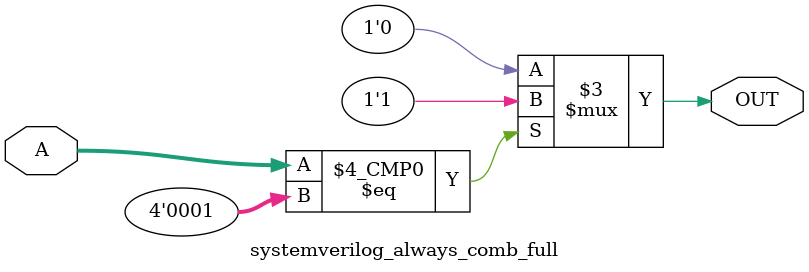
<source format=sv>
module systemverilog_always_comb_full (input logic [3:0] A, output logic OUT);
   always_comb 
     case(A)
       0:  OUT=0;
       1: OUT=1;
       default: OUT=0;
     endcase // case (A)
endmodule


</source>
